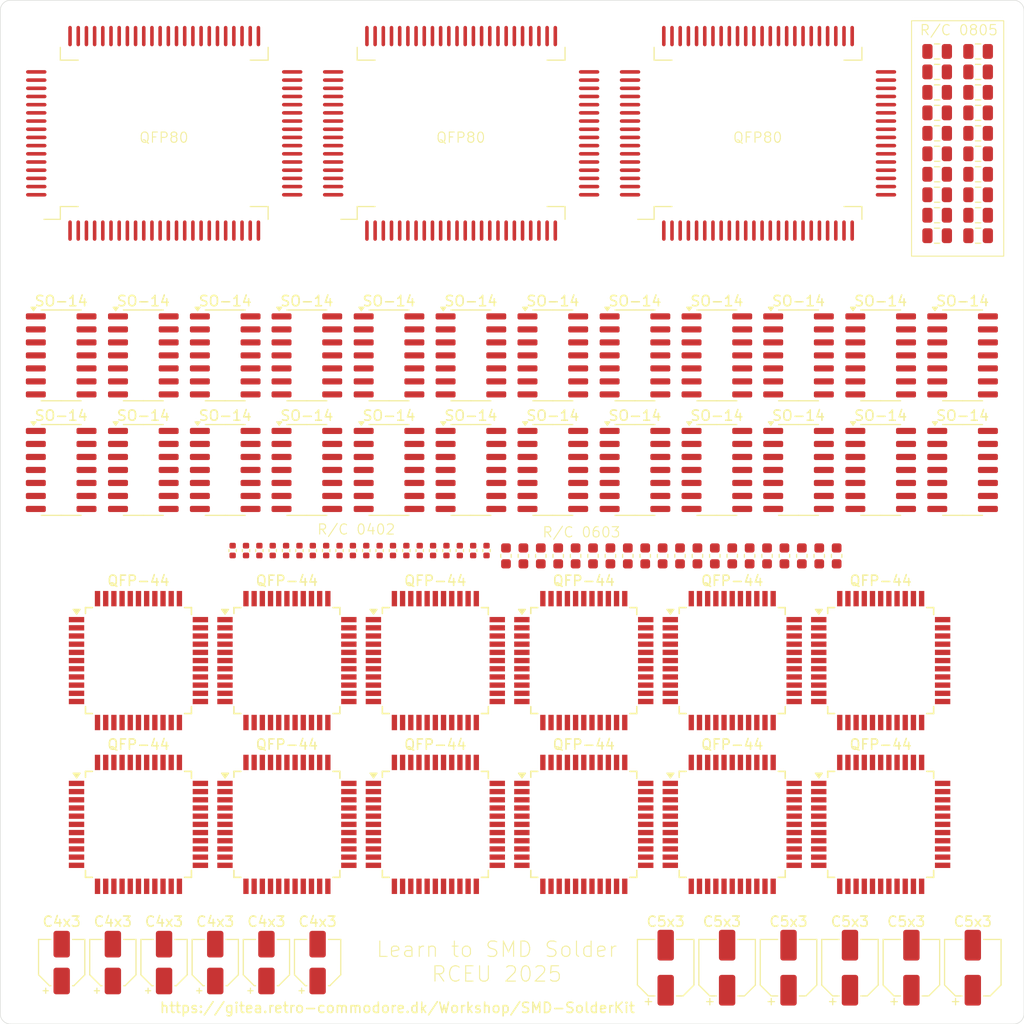
<source format=kicad_pcb>
(kicad_pcb
	(version 20241229)
	(generator "pcbnew")
	(generator_version "9.0")
	(general
		(thickness 1.6)
		(legacy_teardrops no)
	)
	(paper "A4")
	(title_block
		(title "Learn to SMD Solder")
		(date "2025-07-29")
		(rev "1.0")
		(company "https://retro-commodore.eu")
		(comment 1 "https://gitea.retro-commodore.dk/Workshop/SMD-SolderKit")
		(comment 2 "Thanks to Jan Charington Klein")
	)
	(layers
		(0 "F.Cu" signal)
		(2 "B.Cu" signal)
		(9 "F.Adhes" user "F.Adhesive")
		(11 "B.Adhes" user "B.Adhesive")
		(13 "F.Paste" user)
		(15 "B.Paste" user)
		(5 "F.SilkS" user "F.Silkscreen")
		(7 "B.SilkS" user "B.Silkscreen")
		(1 "F.Mask" user)
		(3 "B.Mask" user)
		(17 "Dwgs.User" user "User.Drawings")
		(19 "Cmts.User" user "User.Comments")
		(21 "Eco1.User" user "User.Eco1")
		(23 "Eco2.User" user "User.Eco2")
		(25 "Edge.Cuts" user)
		(27 "Margin" user)
		(31 "F.CrtYd" user "F.Courtyard")
		(29 "B.CrtYd" user "B.Courtyard")
		(35 "F.Fab" user)
		(33 "B.Fab" user)
		(39 "User.1" user)
		(41 "User.2" user)
		(43 "User.3" user)
		(45 "User.4" user)
	)
	(setup
		(pad_to_mask_clearance 0)
		(allow_soldermask_bridges_in_footprints no)
		(tenting front back)
		(pcbplotparams
			(layerselection 0x00000000_00000000_55555555_5755f5ff)
			(plot_on_all_layers_selection 0x00000000_00000000_00000000_00000000)
			(disableapertmacros no)
			(usegerberextensions no)
			(usegerberattributes yes)
			(usegerberadvancedattributes yes)
			(creategerberjobfile yes)
			(dashed_line_dash_ratio 12.000000)
			(dashed_line_gap_ratio 3.000000)
			(svgprecision 4)
			(plotframeref no)
			(mode 1)
			(useauxorigin no)
			(hpglpennumber 1)
			(hpglpenspeed 20)
			(hpglpendiameter 15.000000)
			(pdf_front_fp_property_popups yes)
			(pdf_back_fp_property_popups yes)
			(pdf_metadata yes)
			(pdf_single_document no)
			(dxfpolygonmode yes)
			(dxfimperialunits yes)
			(dxfusepcbnewfont yes)
			(psnegative no)
			(psa4output no)
			(plot_black_and_white yes)
			(sketchpadsonfab no)
			(plotpadnumbers no)
			(hidednponfab no)
			(sketchdnponfab yes)
			(crossoutdnponfab yes)
			(subtractmaskfromsilk no)
			(outputformat 1)
			(mirror no)
			(drillshape 0)
			(scaleselection 1)
			(outputdirectory "Gerber/")
		)
	)
	(net 0 "")
	(footprint "Capacitor_SMD:C_0805_2012Metric" (layer "F.Cu") (at 135.517262 53))
	(footprint "Capacitor_SMD:C_0402_1005Metric" (layer "F.Cu") (at 66.615789 83.755 90))
	(footprint "Package_SO:SO-14_3.9x8.65mm_P1.27mm" (layer "F.Cu") (at 134 64.69))
	(footprint "Capacitor_SMD:C_0603_1608Metric" (layer "F.Cu") (at 116.6 84.275 90))
	(footprint "Capacitor_SMD:CP_Elec_5x3" (layer "F.Cu") (at 123 124.5 90))
	(footprint "Package_SO:SO-14_3.9x8.65mm_P1.27mm" (layer "F.Cu") (at 69.95 75.88))
	(footprint "Capacitor_SMD:C_0402_1005Metric" (layer "F.Cu") (at 64.005263 83.755 90))
	(footprint "Package_SO:SO-14_3.9x8.65mm_P1.27mm" (layer "F.Cu") (at 85.975 64.69))
	(footprint "Capacitor_SMD:C_0603_1608Metric" (layer "F.Cu") (at 108.1 84.275 90))
	(footprint "Capacitor_SMD:C_0603_1608Metric" (layer "F.Cu") (at 99.6 84.275 90))
	(footprint "Package_SO:SO-14_3.9x8.65mm_P1.27mm" (layer "F.Cu") (at 117.975 64.69))
	(footprint "Capacitor_SMD:C_0402_1005Metric" (layer "F.Cu") (at 83.584211 83.755 90))
	(footprint "Capacitor_SMD:C_0402_1005Metric" (layer "F.Cu") (at 84.889474 83.755 90))
	(footprint "Capacitor_SMD:C_0603_1608Metric" (layer "F.Cu") (at 94.5 84.275 90))
	(footprint "Capacitor_SMD:C_0805_2012Metric" (layer "F.Cu") (at 131.517262 43))
	(footprint "Package_SO:SO-14_3.9x8.65mm_P1.27mm" (layer "F.Cu") (at 93.975 64.69))
	(footprint "Package_SO:SO-14_3.9x8.65mm_P1.27mm" (layer "F.Cu") (at 61.975 75.88))
	(footprint "Package_QFP:PQFP-44_10x10mm_P0.8mm" (layer "F.Cu") (at 68 94.5))
	(footprint "Capacitor_SMD:C_0805_2012Metric" (layer "F.Cu") (at 135.517262 37))
	(footprint "Package_FP:QFP-80_20x14_Pitch0.8mm" (layer "F.Cu") (at 85.017262 43))
	(footprint "Package_SO:SO-14_3.9x8.65mm_P1.27mm" (layer "F.Cu") (at 93.975 75.88))
	(footprint "Capacitor_SMD:CP_Elec_5x3" (layer "F.Cu") (at 111 124.5 90))
	(footprint "Capacitor_SMD:C_0603_1608Metric" (layer "F.Cu") (at 120 84.275 90))
	(footprint "Capacitor_SMD:C_0805_2012Metric" (layer "F.Cu") (at 131.517262 39))
	(footprint "Capacitor_SMD:C_0805_2012Metric" (layer "F.Cu") (at 135.517262 39))
	(footprint "Capacitor_SMD:C_0603_1608Metric" (layer "F.Cu") (at 113.2 84.275 90))
	(footprint "Capacitor_SMD:C_0805_2012Metric" (layer "F.Cu") (at 131.517262 49))
	(footprint "Capacitor_SMD:C_0603_1608Metric" (layer "F.Cu") (at 121.7 84.275 90))
	(footprint "Capacitor_SMD:C_0805_2012Metric" (layer "F.Cu") (at 131.517262 45))
	(footprint "Package_SO:SO-14_3.9x8.65mm_P1.27mm" (layer "F.Cu") (at 117.975 75.88))
	(footprint "Capacitor_SMD:C_0603_1608Metric" (layer "F.Cu") (at 92.8 84.275 90))
	(footprint "Package_QFP:PQFP-44_10x10mm_P0.8mm" (layer "F.Cu") (at 68 110.5))
	(footprint "Package_SO:SO-14_3.9x8.65mm_P1.27mm" (layer "F.Cu") (at 102 64.69))
	(footprint "Capacitor_SMD:C_0603_1608Metric" (layer "F.Cu") (at 97.9 84.275 90))
	(footprint "Package_QFP:PQFP-44_10x10mm_P0.8mm"
		(layer "F.Cu")
		(uuid "4d7e5656-8c17-44b7-ad0b-4666eb5299a9")
		(at 97 110.5)
		(descr "44-Lead Plastic Quad Flatpack - 10x10x2.5mm Body (http://www.onsemi.com/pub/Collateral/122BK.PDF)")
		(tags "PQFP 0.8")
		(property "Reference" "QFP-44"
			(at 0 -7.8 0)
			(layer "F.SilkS")
			(uuid "0d554c33-1ca4-4597-81d7-5d23e1c9164d")
			(effects
				(font
					(size 1 1)
					(thickness 0.15)
				)
			)
		)
		(property "Value" "PQFP-44_10x10mm_P0.8mm"
			(at 0 7.8 0)
			(layer "F.Fab")
			(hide yes)
			(uuid "fb3c9b94-b7bb-4b2e-9340-c05eb77feee5")
			(effects
				(font
					(size 1 1)
					(thickness 0.15)
				)
			)
		)
		(property "Datasheet" ""
			(at 0 0 0)
			(unlocked yes)
			(layer "F.Fab")
			(hide yes)
			(uuid "7a8a8bc8-0e3d-406c-b075-2813ce430cc8")
			(effects
				(font
					(size 1.27 1.27)
					(thickness 0.15)
				)
			)
		)
		(property "Description" ""
			(at 0 0 0)
			(unlocked yes)
			(layer "F.Fab")
			(hide yes)
			(uuid "c5d401d1-2ec3-496f-b91a-f3a7abef7397")
			(effects
				(font
					(size 1.27 1.27)
					(thickness 0.15)
				)
			)
		)
		(attr smd)
		(fp_line
			(start -5.175 -5.175)
			(end -5.175 -4.6)
			(stroke
				(width 0.15)
				(type solid)
			)
			(layer "F.SilkS")
			(uuid "cd14b79f-ec0a-481e-aa56-88a461cc9097")
		)
		(fp_line
			(start -5.175 -5.175)
			(end -4.5 -5.175)
			(stroke
				(width 0.15)
				(type solid)
			)
			(layer "F.SilkS")
			(uuid "2516af22-b7c2-4921-a334-7039022d08e4")
		)
		(fp_line
			(start -5.175 5.175)
			(end -5.175 4.5)
			(stroke
				(width 0.15)
				(type solid)
			)
			(layer "F.SilkS")
			(uuid "2e2309be-87bc-49b7-b0fb-1f3d41c5cc66")
		)
		(fp_line
			(start -5.175 5.175)
			(end -4.5 5.175)
			(stroke
				(width 0.15)
				(type solid)
			)
			(layer "F.SilkS")
			(uuid "c0052c0f-fd9c-4656-bfa7-3035090432de")
		)
		(fp_line
			(start 5.175 -5.175)
			(end 4.5 -5.175)
			(stroke
				(width 0.15)
				(type solid)
			)
			(layer "F.SilkS")
			(uuid "acf8f456-bffb-4c08-a670-8c90ff19a378")
		)
		(fp_line
			(start 5.175 -5.175)
			(end 5.175 -4.5)
			(stroke
				(width 0.15)
				(type solid)
			)
			(layer "F.SilkS")
			(uuid "44983403-cf1a-47ca-b9a6-c0b3370f3901")
		)
		(fp_line
			(start 5.175 5.175)
			(end 4.5 5.175)
			(stroke
				(width 0.15)
				(type solid)
			)
			(layer "F.SilkS")
			(uuid "7261202b-71fe-428c-bb50-9a4e291a539e")
		)
		(fp_line
			(start 5.175 5.175)
			(end 5.175 4.5)
			(stroke
				(width 0.15)
				(type solid)
			)
			(layer "F.SilkS")
			(uuid "8756a9c0-30e7-4629-8a7e-cdb2ed0c9de7")
		)
		(fp_poly
			(pts
				(xy -6.04 -4.53) (xy -6.38 -5) (xy -5.7 -5) (xy -6.04 -4.53)
			)
			(stroke
				(width 0.12)
				(type so
... [485834 chars truncated]
</source>
